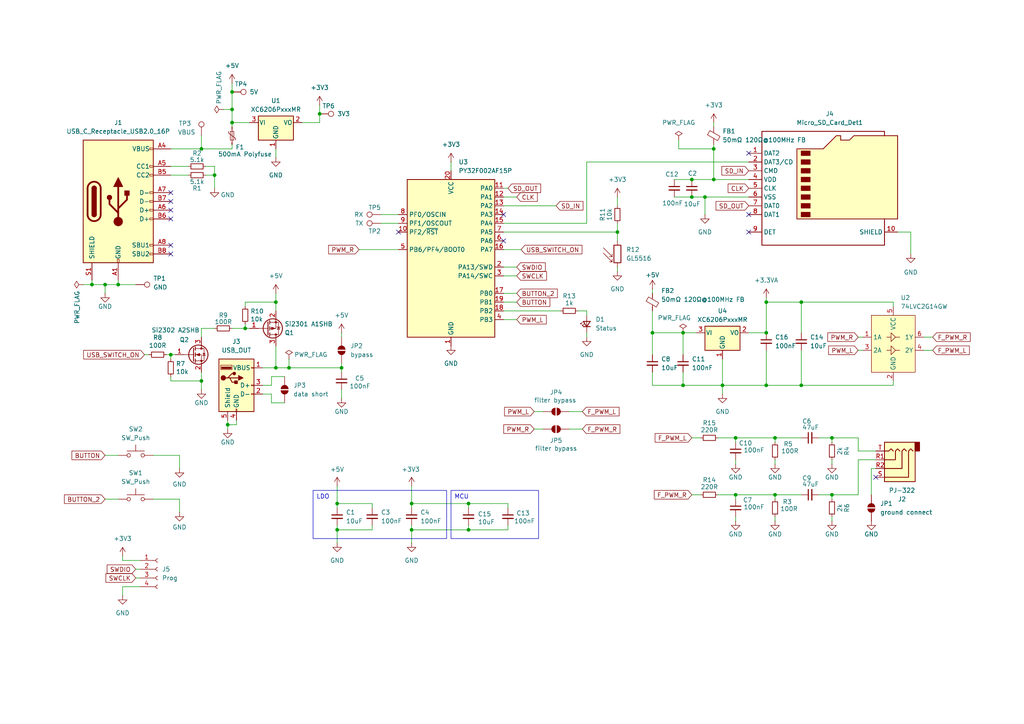
<source format=kicad_sch>
(kicad_sch (version 20250114) (generator "eeschema") (generator_version "9.0")
  (paper "A4")
  (title_block (title "LooTunes") (company "FxDev.pl"))
  (text_box "LDO" (at 90.805 142.24 0) (size 38.735 13.97) (margins 0.9525 0.9525 0.9525 0.9525) (effects (font (size 1.27 1.27)) (justify left top)))
  (text_box "MCU" (at 130.81 142.24 0) (size 25.4 13.97) (margins 0.9525 0.9525 0.9525 0.9525) (effects (font (size 1.27 1.27)) (justify left top)))
  (junction (at 213.36 127))
  (junction (at 30.48 82.55))
  (junction (at 209.55 111.76))
  (junction (at 83.82 106.68))
  (junction (at 58.42 110.49))
  (junction (at 213.36 143.51))
  (junction (at 58.42 43.18))
  (junction (at 97.79 146.05))
  (junction (at 71.12 95.25))
  (junction (at 224.79 143.51))
  (junction (at 200.66 52.07))
  (junction (at 222.25 87.63))
  (junction (at 135.89 146.05))
  (junction (at 207.01 43.18))
  (junction (at 119.38 153.67))
  (junction (at 200.66 57.15))
  (junction (at 179.07 67.31))
  (junction (at 66.04 123.19))
  (junction (at 207.01 52.07))
  (junction (at 67.31 35.56))
  (junction (at 241.3 143.51))
  (junction (at 99.06 106.68))
  (junction (at 97.79 153.67))
  (junction (at 49.53 102.87))
  (junction (at 135.89 153.67))
  (junction (at 232.41 111.76))
  (junction (at 67.31 31.75))
  (junction (at 119.38 146.05))
  (junction (at 62.23 50.8))
  (junction (at 241.3 127))
  (junction (at 224.79 127))
  (junction (at 198.12 111.76))
  (junction (at 222.25 111.76))
  (junction (at 67.31 26.67))
  (junction (at 26.67 82.55))
  (junction (at 232.41 87.63))
  (junction (at 34.29 82.55))
  (junction (at 92.71 33.02))
  (junction (at 189.23 96.52))
  (junction (at 198.12 96.52))
  (junction (at 80.01 87.63))
  (junction (at 204.47 57.15))
  (junction (at 222.25 96.52))
  (junction (at 80.01 106.68))
  (no_connect (at 146.05 69.85))
  (no_connect (at 49.53 58.42))
  (no_connect (at 146.05 62.23))
  (no_connect (at 49.53 60.96))
  (no_connect (at 217.17 44.45))
  (no_connect (at 254 138.43))
  (no_connect (at 115.57 67.31))
  (no_connect (at 217.17 62.23))
  (no_connect (at 49.53 55.88))
  (no_connect (at 49.53 73.66))
  (no_connect (at 49.53 63.5))
  (no_connect (at 217.17 67.31))
  (no_connect (at 49.53 71.12))
  (wire (pts (xy 224.79 127) (xy 224.79 128.27)))
  (wire (pts (xy 49.53 109.22) (xy 49.53 110.49)))
  (wire (pts (xy 30.48 82.55) (xy 34.29 82.55)))
  (wire (pts (xy 110.49 64.77) (xy 115.57 64.77)))
  (wire (pts (xy 39.37 167.64) (xy 40.64 167.64)))
  (wire (pts (xy 110.49 62.23) (xy 115.57 62.23)))
  (wire (pts (xy 99.06 96.52) (xy 99.06 97.79)))
  (wire (pts (xy 241.3 143.51) (xy 248.92 143.51)))
  (wire (pts (xy 200.66 127) (xy 203.2 127)))
  (wire (pts (xy 76.2 114.3) (xy 78.74 114.3)))
  (wire (pts (xy 198.12 107.95) (xy 198.12 111.76)))
  (wire (pts (xy 252.73 135.89) (xy 252.73 143.51)))
  (wire (pts (xy 200.66 57.15) (xy 204.47 57.15)))
  (wire (pts (xy 189.23 107.95) (xy 189.23 111.76)))
  (wire (pts (xy 154.94 119.38) (xy 157.48 119.38)))
  (wire (pts (xy 170.18 46.99) (xy 217.17 46.99)))
  (wire (pts (xy 248.92 133.35) (xy 254 133.35)))
  (wire (pts (xy 241.3 127) (xy 241.3 128.27)))
  (wire (pts (xy 209.55 111.76) (xy 222.25 111.76)))
  (wire (pts (xy 146.05 77.47) (xy 149.86 77.47)))
  (wire (pts (xy 107.95 146.05) (xy 97.79 146.05)))
  (wire (pts (xy 179.07 64.77) (xy 179.07 67.31)))
  (wire (pts (xy 146.05 85.09) (xy 149.86 85.09)))
  (wire (pts (xy 62.23 48.26) (xy 62.23 50.8)))
  (wire (pts (xy 241.3 127) (xy 248.92 127)))
  (wire (pts (xy 196.85 43.18) (xy 207.01 43.18)))
  (wire (pts (xy 198.12 96.52) (xy 201.93 96.52)))
  (wire (pts (xy 204.47 62.23) (xy 204.47 57.15)))
  (wire (pts (xy 66.04 121.92) (xy 66.04 123.19)))
  (wire (pts (xy 189.23 83.82) (xy 189.23 85.09)))
  (wire (pts (xy 207.01 41.91) (xy 207.01 43.18)))
  (wire (pts (xy 41.91 102.87) (xy 43.18 102.87)))
  (wire (pts (xy 213.36 143.51) (xy 224.79 143.51)))
  (wire (pts (xy 189.23 90.17) (xy 189.23 96.52)))
  (wire (pts (xy 224.79 143.51) (xy 232.41 143.51)))
  (wire (pts (xy 146.05 57.15) (xy 149.86 57.15)))
  (wire (pts (xy 92.71 35.56) (xy 92.71 33.02)))
  (wire (pts (xy 146.05 54.61) (xy 147.32 54.61)))
  (wire (pts (xy 71.12 88.9) (xy 71.12 87.63)))
  (wire (pts (xy 52.07 144.78) (xy 52.07 148.59)))
  (wire (pts (xy 195.58 57.15) (xy 200.66 57.15)))
  (wire (pts (xy 92.71 33.02) (xy 92.71 30.48)))
  (wire (pts (xy 58.42 107.95) (xy 58.42 110.49)))
  (wire (pts (xy 135.89 146.05) (xy 147.32 146.05)))
  (wire (pts (xy 97.79 152.4) (xy 97.79 153.67)))
  (wire (pts (xy 267.97 97.79) (xy 270.51 97.79)))
  (wire (pts (xy 248.92 101.6) (xy 250.19 101.6)))
  (wire (pts (xy 82.55 109.22) (xy 78.74 109.22)))
  (wire (pts (xy 80.01 85.09) (xy 80.01 87.63)))
  (wire (pts (xy 66.04 123.19) (xy 68.58 123.19)))
  (wire (pts (xy 104.14 72.39) (xy 115.57 72.39)))
  (wire (pts (xy 119.38 140.97) (xy 119.38 146.05)))
  (wire (pts (xy 80.01 100.33) (xy 80.01 106.68)))
  (wire (pts (xy 49.53 43.18) (xy 58.42 43.18)))
  (wire (pts (xy 97.79 146.05) (xy 97.79 147.32)))
  (wire (pts (xy 59.69 48.26) (xy 62.23 48.26)))
  (wire (pts (xy 189.23 96.52) (xy 198.12 96.52)))
  (wire (pts (xy 83.82 104.14) (xy 83.82 106.68)))
  (wire (pts (xy 154.94 124.46) (xy 157.48 124.46)))
  (wire (pts (xy 35.56 170.18) (xy 40.64 170.18)))
  (wire (pts (xy 147.32 152.4) (xy 147.32 153.67)))
  (wire (pts (xy 213.36 127) (xy 224.79 127)))
  (wire (pts (xy 58.42 110.49) (xy 58.42 113.03)))
  (wire (pts (xy 119.38 152.4) (xy 119.38 153.67)))
  (wire (pts (xy 232.41 87.63) (xy 232.41 96.52)))
  (wire (pts (xy 80.01 43.18) (xy 80.01 45.72)))
  (wire (pts (xy 24.13 82.55) (xy 26.67 82.55)))
  (wire (pts (xy 248.92 130.81) (xy 254 130.81)))
  (wire (pts (xy 49.53 102.87) (xy 49.53 104.14)))
  (wire (pts (xy 224.79 133.35) (xy 224.79 134.62)))
  (wire (pts (xy 34.29 81.28) (xy 34.29 82.55)))
  (wire (pts (xy 170.18 64.77) (xy 146.05 64.77)))
  (wire (pts (xy 30.48 132.08) (xy 34.29 132.08)))
  (wire (pts (xy 222.25 101.6) (xy 222.25 111.76)))
  (wire (pts (xy 147.32 146.05) (xy 147.32 147.32)))
  (wire (pts (xy 241.3 133.35) (xy 241.3 134.62)))
  (wire (pts (xy 78.74 116.84) (xy 82.55 116.84)))
  (wire (pts (xy 35.56 162.56) (xy 40.64 162.56)))
  (wire (pts (xy 200.66 52.07) (xy 207.01 52.07)))
  (wire (pts (xy 213.36 143.51) (xy 213.36 144.78)))
  (wire (pts (xy 67.31 31.75) (xy 67.31 35.56)))
  (wire (pts (xy 97.79 140.97) (xy 97.79 146.05)))
  (wire (pts (xy 67.31 35.56) (xy 72.39 35.56)))
  (wire (pts (xy 189.23 111.76) (xy 198.12 111.76)))
  (wire (pts (xy 213.36 149.86) (xy 213.36 151.13)))
  (wire (pts (xy 204.47 57.15) (xy 217.17 57.15)))
  (wire (pts (xy 208.28 127) (xy 213.36 127)))
  (wire (pts (xy 68.58 121.92) (xy 68.58 123.19)))
  (wire (pts (xy 83.82 106.68) (xy 99.06 106.68)))
  (wire (pts (xy 99.06 106.68) (xy 99.06 105.41)))
  (wire (pts (xy 67.31 24.13) (xy 67.31 26.67)))
  (wire (pts (xy 26.67 81.28) (xy 26.67 82.55)))
  (wire (pts (xy 198.12 96.52) (xy 198.12 102.87)))
  (wire (pts (xy 146.05 80.01) (xy 149.86 80.01)))
  (wire (pts (xy 35.56 172.72) (xy 35.56 170.18)))
  (wire (pts (xy 64.77 31.75) (xy 67.31 31.75)))
  (wire (pts (xy 99.06 113.03) (xy 99.06 115.57)))
  (wire (pts (xy 58.42 43.18) (xy 67.31 43.18)))
  (wire (pts (xy 170.18 46.99) (xy 170.18 64.77)))
  (wire (pts (xy 189.23 96.52) (xy 189.23 102.87)))
  (wire (pts (xy 35.56 161.29) (xy 35.56 162.56)))
  (wire (pts (xy 71.12 87.63) (xy 80.01 87.63)))
  (wire (pts (xy 170.18 90.17) (xy 167.64 90.17)))
  (wire (pts (xy 67.31 26.67) (xy 67.31 31.75)))
  (wire (pts (xy 260.35 67.31) (xy 264.16 67.31)))
  (wire (pts (xy 71.12 95.25) (xy 72.39 95.25)))
  (wire (pts (xy 232.41 111.76) (xy 259.08 111.76)))
  (wire (pts (xy 146.05 67.31) (xy 179.07 67.31)))
  (wire (pts (xy 62.23 50.8) (xy 62.23 54.61)))
  (wire (pts (xy 67.31 95.25) (xy 71.12 95.25)))
  (wire (pts (xy 119.38 153.67) (xy 119.38 157.48)))
  (wire (pts (xy 213.36 133.35) (xy 213.36 134.62)))
  (wire (pts (xy 207.01 35.56) (xy 207.01 36.83)))
  (wire (pts (xy 135.89 146.05) (xy 135.89 147.32)))
  (wire (pts (xy 49.53 50.8) (xy 54.61 50.8)))
  (wire (pts (xy 130.81 46.99) (xy 130.81 49.53)))
  (wire (pts (xy 248.92 97.79) (xy 250.19 97.79)))
  (wire (pts (xy 248.92 143.51) (xy 248.92 133.35)))
  (wire (pts (xy 39.37 165.1) (xy 40.64 165.1)))
  (wire (pts (xy 30.48 144.78) (xy 34.29 144.78)))
  (wire (pts (xy 67.31 41.91) (xy 67.31 43.18)))
  (wire (pts (xy 44.45 132.08) (xy 52.07 132.08)))
  (wire (pts (xy 71.12 93.98) (xy 71.12 95.25)))
  (wire (pts (xy 222.25 111.76) (xy 232.41 111.76)))
  (wire (pts (xy 217.17 96.52) (xy 222.25 96.52)))
  (wire (pts (xy 170.18 96.52) (xy 170.18 97.79)))
  (wire (pts (xy 26.67 82.55) (xy 30.48 82.55)))
  (wire (pts (xy 179.07 57.15) (xy 179.07 59.69)))
  (wire (pts (xy 30.48 82.55) (xy 30.48 85.09)))
  (wire (pts (xy 237.49 127) (xy 241.3 127)))
  (wire (pts (xy 259.08 111.76) (xy 259.08 110.49)))
  (wire (pts (xy 259.08 87.63) (xy 259.08 88.9)))
  (wire (pts (xy 49.53 102.87) (xy 50.8 102.87)))
  (wire (pts (xy 59.69 50.8) (xy 62.23 50.8)))
  (wire (pts (xy 222.25 86.36) (xy 222.25 87.63)))
  (wire (pts (xy 209.55 104.14) (xy 209.55 111.76)))
  (wire (pts (xy 146.05 72.39) (xy 151.13 72.39)))
  (wire (pts (xy 195.58 52.07) (xy 200.66 52.07)))
  (wire (pts (xy 179.07 67.31) (xy 179.07 69.85)))
  (wire (pts (xy 208.28 143.51) (xy 213.36 143.51)))
  (wire (pts (xy 224.79 149.86) (xy 224.79 151.13)))
  (wire (pts (xy 241.3 143.51) (xy 241.3 144.78)))
  (wire (pts (xy 97.79 153.67) (xy 97.79 157.48)))
  (wire (pts (xy 80.01 106.68) (xy 83.82 106.68)))
  (wire (pts (xy 267.97 101.6) (xy 270.51 101.6)))
  (wire (pts (xy 49.53 110.49) (xy 58.42 110.49)))
  (wire (pts (xy 241.3 149.86) (xy 241.3 151.13)))
  (wire (pts (xy 99.06 106.68) (xy 99.06 107.95)))
  (wire (pts (xy 58.42 97.79) (xy 58.42 95.25)))
  (wire (pts (xy 165.1 124.46) (xy 168.91 124.46)))
  (wire (pts (xy 76.2 106.68) (xy 80.01 106.68)))
  (wire (pts (xy 232.41 101.6) (xy 232.41 111.76)))
  (wire (pts (xy 165.1 119.38) (xy 168.91 119.38)))
  (wire (pts (xy 97.79 153.67) (xy 107.95 153.67)))
  (wire (pts (xy 119.38 146.05) (xy 135.89 146.05)))
  (wire (pts (xy 209.55 111.76) (xy 209.55 114.3)))
  (wire (pts (xy 58.42 95.25) (xy 62.23 95.25)))
  (wire (pts (xy 232.41 87.63) (xy 259.08 87.63)))
  (wire (pts (xy 146.05 92.71) (xy 149.86 92.71)))
  (wire (pts (xy 179.07 77.47) (xy 179.07 78.74)))
  (wire (pts (xy 135.89 152.4) (xy 135.89 153.67)))
  (wire (pts (xy 78.74 114.3) (xy 78.74 116.84)))
  (wire (pts (xy 213.36 127) (xy 213.36 128.27)))
  (wire (pts (xy 107.95 152.4) (xy 107.95 153.67)))
  (wire (pts (xy 222.25 87.63) (xy 222.25 96.52)))
  (wire (pts (xy 52.07 132.08) (xy 52.07 135.89)))
  (wire (pts (xy 196.85 40.64) (xy 196.85 43.18)))
  (wire (pts (xy 146.05 87.63) (xy 149.86 87.63)))
  (wire (pts (xy 80.01 87.63) (xy 80.01 90.17)))
  (wire (pts (xy 58.42 39.37) (xy 58.42 43.18)))
  (wire (pts (xy 237.49 143.51) (xy 241.3 143.51)))
  (wire (pts (xy 78.74 109.22) (xy 78.74 111.76)))
  (wire (pts (xy 200.66 143.51) (xy 203.2 143.51)))
  (wire (pts (xy 254 135.89) (xy 252.73 135.89)))
  (wire (pts (xy 78.74 111.76) (xy 76.2 111.76)))
  (wire (pts (xy 248.92 127) (xy 248.92 130.81)))
  (wire (pts (xy 207.01 43.18) (xy 207.01 52.07)))
  (wire (pts (xy 224.79 143.51) (xy 224.79 144.78)))
  (wire (pts (xy 49.53 48.26) (xy 54.61 48.26)))
  (wire (pts (xy 222.25 87.63) (xy 232.41 87.63)))
  (wire (pts (xy 67.31 35.56) (xy 67.31 36.83)))
  (wire (pts (xy 44.45 144.78) (xy 52.07 144.78)))
  (wire (pts (xy 207.01 52.07) (xy 217.17 52.07)))
  (wire (pts (xy 224.79 127) (xy 232.41 127)))
  (wire (pts (xy 264.16 67.31) (xy 264.16 73.66)))
  (wire (pts (xy 48.26 102.87) (xy 49.53 102.87)))
  (wire (pts (xy 66.04 123.19) (xy 66.04 124.46)))
  (wire (pts (xy 146.05 90.17) (xy 162.56 90.17)))
  (wire (pts (xy 107.95 146.05) (xy 107.95 147.32)))
  (wire (pts (xy 87.63 35.56) (xy 92.71 35.56)))
  (wire (pts (xy 170.18 91.44) (xy 170.18 90.17)))
  (wire (pts (xy 146.05 59.69) (xy 161.29 59.69)))
  (wire (pts (xy 147.32 153.67) (xy 135.89 153.67)))
  (wire (pts (xy 34.29 82.55) (xy 39.37 82.55)))
  (wire (pts (xy 135.89 153.67) (xy 119.38 153.67)))
  (wire (pts (xy 198.12 111.76) (xy 209.55 111.76)))
  (wire (pts (xy 119.38 146.05) (xy 119.38 147.32)))
  (global_label "SD_OUT" (shape input) (at 147.32 54.61 0) (property "Intersheetrefs" "${INTERSHEET_REFS}" (effects (hide yes))))
  (global_label "SWDIO" (shape input) (at 39.37 165.1 180) (property "Intersheetrefs" "${INTERSHEET_REFS}" (effects (hide yes))))
  (global_label "F_PWM_R" (shape input) (at 168.91 124.46 0) (property "Intersheetrefs" "${INTERSHEET_REFS}" (effects (hide yes))))
  (global_label "CLK" (shape input) (at 217.17 54.61 180) (property "Intersheetrefs" "${INTERSHEET_REFS}" (effects (hide yes))))
  (global_label "F_PWM_L" (shape input) (at 200.66 127 180) (property "Intersheetrefs" "${INTERSHEET_REFS}" (effects (hide yes))))
  (global_label "SWDIO" (shape input) (at 149.86 77.47 0) (property "Intersheetrefs" "${INTERSHEET_REFS}" (effects (hide yes))))
  (global_label "BUTTON" (shape input) (at 30.48 132.08 180) (property "Intersheetrefs" "${INTERSHEET_REFS}" (effects (hide yes))))
  (global_label "PWM_L" (shape input) (at 149.86 92.71 0) (property "Intersheetrefs" "${INTERSHEET_REFS}" (effects (hide yes))))
  (global_label "USB_SWITCH_ON" (shape input) (at 151.13 72.39 0) (property "Intersheetrefs" "${INTERSHEET_REFS}" (effects (hide yes))) (property "Odnośniki między arkuszami" "${INTERSHEET_REFS}" (effects (hide yes))))
  (global_label "PWM_R" (shape input) (at 248.92 97.79 180) (property "Intersheetrefs" "${INTERSHEET_REFS}" (effects (hide yes))))
  (global_label "F_PWM_L" (shape input) (at 168.91 119.38 0) (property "Intersheetrefs" "${INTERSHEET_REFS}" (effects (hide yes))))
  (global_label "USB_SWITCH_ON" (shape input) (at 41.91 102.87 180) (property "Intersheetrefs" "${INTERSHEET_REFS}" (effects (hide yes))) (property "Odnośniki między arkuszami" "${INTERSHEET_REFS}" (effects (hide yes))))
  (global_label "PWM_L" (shape input) (at 154.94 119.38 180) (property "Intersheetrefs" "${INTERSHEET_REFS}" (effects (hide yes))))
  (global_label "SWCLK" (shape input) (at 39.37 167.64 180) (property "Intersheetrefs" "${INTERSHEET_REFS}" (effects (hide yes))))
  (global_label "BUTTON" (shape input) (at 149.86 87.63 0) (property "Intersheetrefs" "${INTERSHEET_REFS}" (effects (hide yes))))
  (global_label "SD_IN" (shape input) (at 217.17 49.53 180) (property "Intersheetrefs" "${INTERSHEET_REFS}" (effects (hide yes))))
  (global_label "BUTTON_2" (shape input) (at 30.48 144.78 180) (property "Intersheetrefs" "${INTERSHEET_REFS}" (effects (hide yes))))
  (global_label "PWM_R" (shape input) (at 104.14 72.39 180) (property "Intersheetrefs" "${INTERSHEET_REFS}" (effects (hide yes))))
  (global_label "SD_OUT" (shape input) (at 217.17 59.69 180) (property "Intersheetrefs" "${INTERSHEET_REFS}" (effects (hide yes))))
  (global_label "CLK" (shape input) (at 149.86 57.15 0) (property "Intersheetrefs" "${INTERSHEET_REFS}" (effects (hide yes))))
  (global_label "PWM_L" (shape input) (at 248.92 101.6 180) (property "Intersheetrefs" "${INTERSHEET_REFS}" (effects (hide yes))))
  (global_label "BUTTON_2" (shape input) (at 149.86 85.09 0) (property "Intersheetrefs" "${INTERSHEET_REFS}" (effects (hide yes))))
  (global_label "SD_IN" (shape input) (at 161.29 59.69 0) (property "Intersheetrefs" "${INTERSHEET_REFS}" (effects (hide yes))))
  (global_label "F_PWM_L" (shape input) (at 270.51 101.6 0) (property "Intersheetrefs" "${INTERSHEET_REFS}" (effects (hide yes))))
  (global_label "F_PWM_R" (shape input) (at 270.51 97.79 0) (property "Intersheetrefs" "${INTERSHEET_REFS}" (effects (hide yes))))
  (global_label "SWCLK" (shape input) (at 149.86 80.01 0) (property "Intersheetrefs" "${INTERSHEET_REFS}" (effects (hide yes))))
  (global_label "F_PWM_R" (shape input) (at 200.66 143.51 180) (property "Intersheetrefs" "${INTERSHEET_REFS}" (effects (hide yes))))
  (global_label "PWM_R" (shape input) (at 154.94 124.46 180) (property "Intersheetrefs" "${INTERSHEET_REFS}" (effects (hide yes))))
  (symbol (lib_id "Device:R_Photo") (at 179.07 73.66 0) (unit 1)
    (property "Reference" "R12" (at 181.61 72.3899 0) (effects (justify left)))
    (property "Value" "GL5516" (at 181.61 74.9299 0) (effects (justify left)))
    (property "Footprint" "OptoDevice:R_LDR_5.0x4.1mm_P3mm_Vertical" (effects (hide yes)))
    (property "Description" "Photoresistor" (effects (hide yes)))
  )
  (symbol (lib_id "power:PWR_FLAG") (at 196.85 40.64 0) (unit 1)
    (property "Reference" "#FLG01" (effects (hide yes)))
    (property "Value" "PWR_FLAG" (at 196.85 35.56 0))
    (property "Description" "Special symbol for telling ERC where power comes from" (effects (hide yes)))
  )
  (symbol (lib_id "power:+5V") (at 80.01 85.09 0) (unit 1)
    (property "Reference" "#PWR038" (effects (hide yes)))
    (property "Value" "+5V" (at 80.01 80.01 0))
    (property "Description" "Power symbol creates a global label with name \"+5V\"" (effects (hide yes)))
  )
  (symbol (lib_id "power:+3V3") (at 119.38 140.97 0) (unit 1)
    (property "Reference" "#PWR017" (effects (hide yes)))
    (property "Value" "+3V3" (at 119.126 136.144 0))
    (property "Description" "Power symbol creates a global label with name \"+3V3\"" (effects (hide yes)))
  )
  (symbol (lib_id "Device:C_Small") (at 107.95 149.86 0) (unit 1)
    (property "Reference" "C3" (at 110.49 148.5962 0) (effects (justify left)))
    (property "Value" "100nF" (at 110.49 151.1362 0) (effects (justify left)))
    (property "Footprint" "Capacitor_SMD:C_0402_1005Metric" (effects (hide yes)))
    (property "Description" "Unpolarized capacitor, small symbol" (effects (hide yes)))
  )
  (symbol (lib_id "Device:R_Small") (at 224.79 130.81 180) (unit 1)
    (property "Reference" "R5" (at 228.6 128.778 0))
    (property "Value" "100R" (at 229.108 130.81 0))
    (property "Footprint" "Resistor_SMD:R_0402_1005Metric" (effects (hide yes)))
    (property "Description" "Resistor, small symbol" (effects (hide yes)))
  )
  (symbol (lib_id "Connector:TestPoint") (at 58.42 39.37 0) (unit 1)
    (property "Reference" "TP3" (at 51.816 35.814 0) (effects (justify left)))
    (property "Value" "VBUS" (at 51.562 38.354 0) (effects (justify left)))
    (property "Footprint" "TestPoint:TestPoint_Pad_D1.5mm" (effects (hide yes)))
    (property "Description" "test point" (effects (hide yes)))
  )
  (symbol (lib_id "Connector_Audio:AudioJack4") (at 259.08 135.89 180) (unit 1)
    (property "Reference" "J2" (at 261.62 144.78 0))
    (property "Value" "PJ-322" (at 261.62 142.24 0))
    (property "Footprint" "FxDev:PJ-322" (effects (hide yes)))
    (property "Description" "Audio Jack, 4 Poles (TRRS)" (effects (hide yes)))
  )
  (symbol (lib_id "Connector:TestPoint") (at 39.37 82.55 270) (unit 1)
    (property "Reference" "TP1" (at 44.45 80.772 90) (effects (justify left)))
    (property "Value" "GND" (at 44.45 83.312 90) (effects (justify left)))
    (property "Footprint" "TestPoint:TestPoint_Pad_D1.5mm" (effects (hide yes)))
    (property "Description" "test point" (effects (hide yes)))
  )
  (symbol (lib_id "Device:R_Small") (at 205.74 127 90) (unit 1)
    (property "Reference" "R15" (at 205.74 122.682 90))
    (property "Value" "220R" (at 205.74 124.714 90))
    (property "Footprint" "Resistor_SMD:R_0402_1005Metric" (effects (hide yes)))
    (property "Description" "Resistor, small symbol" (effects (hide yes)))
  )
  (symbol (lib_id "power:+3V3") (at 92.71 30.48 0) (unit 1)
    (property "Reference" "#PWR012" (effects (hide yes)))
    (property "Value" "+3V3" (at 92.71 25.4 0))
    (property "Description" "Power symbol creates a global label with name \"+3V3\"" (effects (hide yes)))
  )
  (symbol (lib_id "Device:R_Small") (at 165.1 90.17 90) (unit 1)
    (property "Reference" "R13" (at 165.1 85.852 90))
    (property "Value" "1k" (at 165.1 87.884 90))
    (property "Footprint" "Resistor_SMD:R_0402_1005Metric" (effects (hide yes)))
    (property "Description" "Resistor, small symbol" (effects (hide yes)))
  )
  (symbol (lib_id "FxDev:74LVC2G14GW") (at 259.08 91.44 0) (unit 1)
    (property "Reference" "U2" (at 261.2233 86.36 0) (effects (justify left)))
    (property "Value" "74LVC2G14GW" (at 261.2233 88.9 0) (effects (justify left)))
    (property "Footprint" "Package_TO_SOT_SMD:SOT-363_SC-70-6" (effects (hide yes)))
  )
  (symbol (lib_id "Device:C_Small") (at 232.41 99.06 0) (unit 1)
    (property "Reference" "C14" (at 234.95 97.7962 0) (effects (justify left)))
    (property "Value" "10uF" (at 234.95 100.3362 0) (effects (justify left)))
    (property "Footprint" "Capacitor_SMD:C_0402_1005Metric" (effects (hide yes)))
    (property "Description" "Unpolarized capacitor, small symbol" (effects (hide yes)))
  )
  (symbol (lib_id "Jumper:SolderJumper_2_Open") (at 252.73 147.32 270) (unit 1) (exclude_from_sim yes) (in_bom no)
    (property "Reference" "JP1" (at 255.27 146.0499 90) (effects (justify left)))
    (property "Value" "ground connect" (at 255.27 148.5899 90) (effects (justify left)))
    (property "Footprint" "Jumper:SolderJumper-2_P1.3mm_Open_TrianglePad1.0x1.5mm" (effects (hide yes)))
    (property "Description" "Solder Jumper, 2-pole, open" (effects (hide yes)))
  )
  (symbol (lib_id "Device:C_Small") (at 213.36 147.32 0) (unit 1)
    (property "Reference" "C7" (at 218.186 145.034 0) (effects (justify right)))
    (property "Value" "100nF" (at 221.742 147.066 0) (effects (justify right)))
    (property "Footprint" "Capacitor_SMD:C_0402_1005Metric" (effects (hide yes)))
    (property "Description" "Unpolarized capacitor, small symbol" (effects (hide yes)))
  )
  (symbol (lib_id "Device:C_Small") (at 99.06 110.49 0) (unit 1)
    (property "Reference" "C5" (at 105.664 109.728 0) (effects (justify right)))
    (property "Value" "100nF" (at 107.442 112.014 0) (effects (justify right)))
    (property "Footprint" "Capacitor_SMD:C_0402_1005Metric" (effects (hide yes)))
    (property "Description" "Unpolarized capacitor, small symbol" (effects (hide yes)))
  )
  (symbol (lib_id "power:GND") (at 224.79 151.13 0) (unit 1)
    (property "Reference" "#PWR023" (effects (hide yes)))
    (property "Value" "GND" (at 224.79 154.94 0))
    (property "Description" "Power symbol creates a global label with name \"GND\" , ground" (effects (hide yes)))
  )
  (symbol (lib_id "power:PWR_FLAG") (at 24.13 82.55 90) (unit 1)
    (property "Reference" "#U04" (effects (hide yes)))
    (property "Value" "PWR_FLAG" (at 22.352 89.154 0))
    (property "Description" "Special symbol for telling ERC where power comes from" (effects (hide yes)))
  )
  (symbol (lib_id "power:GND") (at 99.06 115.57 0) (unit 1)
    (property "Reference" "#PWR034" (effects (hide yes)))
    (property "Value" "GND" (at 99.06 119.38 0))
    (property "Description" "Power symbol creates a global label with name \"GND\" , ground" (effects (hide yes)))
  )
  (symbol (lib_id "Device:R_Small") (at 241.3 147.32 0) (unit 1)
    (property "Reference" "R6" (at 245.618 147.32 90))
    (property "Value" "2k" (at 243.586 147.32 90))
    (property "Footprint" "Resistor_SMD:R_0402_1005Metric" (effects (hide yes)))
    (property "Description" "Resistor, small symbol" (effects (hide yes)))
  )
  (symbol (lib_id "Transistor_FET:Si2319CDS") (at 77.47 95.25 0) (mirror x) (unit 1)
    (property "Reference" "Q1" (at 82.55 96.52 0) (effects (justify left)))
    (property "Value" "Si2301 A1SHB" (at 82.55 93.98 0) (effects (justify left)))
    (property "Footprint" "Package_TO_SOT_SMD:SOT-23" (effects (hide yes)))
    (property "Datasheet" "http://www.vishay.com/docs/66709/si2319cd.pdf" (effects (hide yes)))
    (property "Description" "-4.4A Id, -40V Vds, P-Channel MOSFET, SOT-23" (effects (hide yes)))
  )
  (symbol (lib_id "Jumper:SolderJumper_2_Open") (at 99.06 101.6 270) (unit 1) (exclude_from_sim yes) (in_bom no)
    (property "Reference" "JP2" (at 101.6 100.3299 90) (effects (justify left)))
    (property "Value" "bypass" (at 101.6 102.8699 90) (effects (justify left)))
    (property "Footprint" "Jumper:SolderJumper-2_P1.3mm_Open_TrianglePad1.0x1.5mm" (effects (hide yes)))
    (property "Description" "Solder Jumper, 2-pole, open" (effects (hide yes)))
  )
  (symbol (lib_id "Device:C_Small") (at 198.12 105.41 0) (unit 1)
    (property "Reference" "C11" (at 200.66 104.1462 0) (effects (justify left)))
    (property "Value" "100nF" (at 200.66 106.6862 0) (effects (justify left)))
    (property "Footprint" "Capacitor_SMD:C_0402_1005Metric" (effects (hide yes)))
    (property "Description" "Unpolarized capacitor, small symbol" (effects (hide yes)))
  )
  (symbol (lib_id "Device:C_Small") (at 135.89 149.86 0) (unit 1)
    (property "Reference" "C15" (at 142.494 149.098 0) (effects (justify right)))
    (property "Value" "10uF" (at 143.51 151.384 0) (effects (justify right)))
    (property "Footprint" "Capacitor_SMD:C_0402_1005Metric" (effects (hide yes)))
    (property "Description" "Unpolarized capacitor, small symbol" (effects (hide yes)))
  )
  (symbol (lib_id "Device:FerriteBead_Small") (at 207.01 39.37 0) (unit 1)
    (property "Reference" "FB1" (at 209.55 38.0618 0) (effects (justify left)))
    (property "Value" "50mΩ 120Ω@100MHz FB" (at 209.55 40.6018 0) (effects (justify left)))
    (property "Footprint" "Inductor_SMD:L_0603_1608Metric" (effects (hide yes)))
    (property "Description" "Ferrite bead, small symbol" (effects (hide yes)))
  )
  (symbol (lib_id "power:GND") (at 52.07 135.89 0) (unit 1)
    (property "Reference" "#PWR019" (effects (hide yes)))
    (property "Value" "GND" (at 52.07 140.462 0))
    (property "Description" "Power symbol creates a global label with name \"GND\" , ground" (effects (hide yes)))
  )
  (symbol (lib_id "Device:C_Small") (at 213.36 130.81 0) (unit 1)
    (property "Reference" "C10" (at 218.186 128.524 0) (effects (justify right)))
    (property "Value" "100nF" (at 221.742 130.556 0) (effects (justify right)))
    (property "Footprint" "Capacitor_SMD:C_0402_1005Metric" (effects (hide yes)))
    (property "Description" "Unpolarized capacitor, small symbol" (effects (hide yes)))
  )
  (symbol (lib_id "power:GND") (at 241.3 134.62 0) (unit 1)
    (property "Reference" "#PWR028" (effects (hide yes)))
    (property "Value" "GND" (at 241.3 138.43 0))
    (property "Description" "Power symbol creates a global label with name \"GND\" , ground" (effects (hide yes)))
  )
  (symbol (lib_id "power:GND") (at 213.36 151.13 0) (unit 1)
    (property "Reference" "#PWR027" (effects (hide yes)))
    (property "Value" "GND" (at 213.36 154.94 0))
    (property "Description" "Power symbol creates a global label with name \"GND\" , ground" (effects (hide yes)))
  )
  (symbol (lib_id "Device:C_Small") (at 147.32 149.86 0) (unit 1)
    (property "Reference" "C13" (at 153.67 148.844 0) (effects (justify right)))
    (property "Value" "100nF" (at 155.194 151.13 0) (effects (justify right)))
    (property "Footprint" "Capacitor_SMD:C_0402_1005Metric" (effects (hide yes)))
    (property "Description" "Unpolarized capacitor, small symbol" (effects (hide yes)))
  )
  (symbol (lib_id "Device:C_Small") (at 222.25 99.06 0) (unit 1)
    (property "Reference" "C16" (at 224.79 97.7962 0) (effects (justify left)))
    (property "Value" "100nF" (at 224.79 100.3362 0) (effects (justify left)))
    (property "Footprint" "Capacitor_SMD:C_0402_1005Metric" (effects (hide yes)))
    (property "Description" "Unpolarized capacitor, small symbol" (effects (hide yes)))
  )
  (symbol (lib_id "Device:R_Small") (at 57.15 48.26 90) (unit 1)
    (property "Reference" "R2" (at 57.15 44.45 90))
    (property "Value" "5.1k" (at 57.15 46.355 90))
    (property "Footprint" "Resistor_SMD:R_0402_1005Metric" (effects (hide yes)))
    (property "Description" "Resistor, small symbol" (effects (hide yes)))
  )
  (symbol (lib_id "Switch:SW_Push") (at 39.37 144.78 0) (unit 1)
    (property "Reference" "SW1" (at 39.37 137.16 0))
    (property "Value" "SW_Push" (at 39.37 139.7 0))
    (property "Footprint" "Button_Switch_SMD:SW_SPST_TL3342" (effects (hide yes)))
    (property "Description" "Push button switch, generic, two pins" (effects (hide yes)))
  )
  (symbol (lib_id "Regulator_Linear:XC6206PxxxMR") (at 80.01 35.56 0) (unit 1)
    (property "Reference" "U1" (at 80.01 29.21 0))
    (property "Value" "XC6206PxxxMR" (at 80.01 31.75 0))
    (property "Footprint" "Package_TO_SOT_SMD:SOT-23-3" (effects (hide yes)))
    (property "Datasheet" "https://www.torexsemi.com/file/xc6206/XC6206.pdf" (effects (hide yes)))
    (property "Description" "Positive 60-250mA Low Dropout Regulator, Fixed Output, SOT-23" (effects (hide yes)))
  )
  (symbol (lib_id "Device:Polyfuse_Small") (at 67.31 39.37 0) (unit 1)
    (property "Reference" "F1" (at 68.326 42.672 0) (effects (justify left)))
    (property "Value" "500mA Polyfuse" (at 63.246 44.704 0) (effects (justify left)))
    (property "Footprint" "Fuse:Fuse_1206_3216Metric" (effects (hide yes)))
    (property "Description" "Resettable fuse, polymeric positive temperature coefficient, small symbol" (effects (hide yes)))
  )
  (symbol (lib_id "Jumper:SolderJumper_2_Open") (at 161.29 124.46 0) (unit 1) (exclude_from_sim yes) (in_bom no)
    (property "Reference" "JP5" (at 161.29 127.762 0))
    (property "Value" "filter bypass" (at 161.29 130.048 0))
    (property "Footprint" "Jumper:SolderJumper-2_P1.3mm_Open_TrianglePad1.0x1.5mm" (effects (hide yes)))
    (property "Description" "Solder Jumper, 2-pole, open" (effects (hide yes)))
  )
  (symbol (lib_id "Device:R_Small") (at 64.77 95.25 90) (unit 1)
    (property "Reference" "R9" (at 64.77 91.44 90))
    (property "Value" "100R" (at 64.77 93.345 90))
    (property "Footprint" "Resistor_SMD:R_0402_1005Metric" (effects (hide yes)))
    (property "Description" "Resistor, small symbol" (effects (hide yes)))
  )
  (symbol (lib_id "Device:R_Small") (at 49.53 106.68 180) (unit 1)
    (property "Reference" "R7" (at 51.0286 105.5116 0) (effects (justify right)))
    (property "Value" "10k" (at 51.0286 107.823 0) (effects (justify right)))
    (property "Footprint" "Resistor_SMD:R_0402_1005Metric" (effects (hide yes)))
    (property "Description" "Resistor, small symbol" (effects (hide yes)))
  )
  (symbol (lib_id "Device:LED_Small") (at 170.18 93.98 90) (unit 1)
    (property "Reference" "D1" (at 172.72 92.6464 90) (effects (justify right)))
    (property "Value" "Status" (at 172.72 95.1864 90) (effects (justify right)))
    (property "Footprint" "LED_SMD:LED_0402_1005Metric" (effects (hide yes)))
    (property "Description" "Light emitting diode, small symbol" (effects (hide yes)))
    (property "Sim.Pin" "1=K 2=A" (effects (hide yes)))
  )
  (symbol (lib_id "power:PWR_FLAG") (at 83.82 104.14 0) (unit 1)
    (property "Reference" "#U02" (effects (hide yes)))
    (property "Value" "PWR_FLAG" (at 90.17 102.87 0))
    (property "Description" "Special symbol for telling ERC where power comes from" (effects (hide yes)))
  )
  (symbol (lib_id "MCU_Puya:PY32F002AF15P") (at 130.81 74.93 0) (unit 1)
    (property "Reference" "U3" (at 133.0041 46.99 0) (effects (justify left)))
    (property "Value" "PY32F002AF15P" (at 133.0041 49.53 0) (effects (justify left)))
    (property "Footprint" "Package_SO:TSSOP-20_4.4x6.5mm_P0.65mm" (effects (hide yes)))
    (property "Datasheet" "https://www.puyasemi.com/download_path/%E6%95%B0%E6%8D%AE%E6%89%8B%E5%86%8C/MCU%20%E5%BE%AE%E5%A4%84%E7%90%86%E5%99%A8/PY32F002A_Datasheet_V0.2.pdf" (effects (hide yes)))
    (property "Description" "Puya PY32 ARM Cortex-M0 MCU, 20 KB Flash, 3 KB RAM, 24 MHz, 1.7-5.5V, 18 GPIO, TSSOP20" (effects (hide yes)))
  )
  (symbol (lib_id "Device:R_Small") (at 45.72 102.87 270) (unit 1)
    (property "Reference" "R8" (at 45.72 97.8916 90))
    (property "Value" "100R" (at 45.72 100.203 90))
    (property "Footprint" "Resistor_SMD:R_0402_1005Metric" (effects (hide yes)))
    (property "Description" "Resistor, small symbol" (effects (hide yes)))
  )
  (symbol (lib_id "Jumper:SolderJumper_2_Open") (at 161.29 119.38 0) (unit 1) (exclude_from_sim yes) (in_bom no)
    (property "Reference" "JP4" (at 161.29 113.792 0))
    (property "Value" "filter bypass" (at 161.036 116.078 0))
    (property "Footprint" "Jumper:SolderJumper-2_P1.3mm_Open_TrianglePad1.0x1.5mm" (effects (hide yes)))
    (property "Description" "Solder Jumper, 2-pole, open" (effects (hide yes)))
  )
  (symbol (lib_id "power:GND") (at 224.79 134.62 0) (unit 1)
    (property "Reference" "#PWR022" (effects (hide yes)))
    (property "Value" "GND" (at 224.79 138.43 0))
    (property "Description" "Power symbol creates a global label with name \"GND\" , ground" (effects (hide yes)))
  )
  (symbol (lib_id "power:+3V3") (at 179.07 57.15 0) (unit 1)
    (property "Reference" "#PWR020" (effects (hide yes)))
    (property "Value" "+3V3" (at 179.07 52.07 0))
    (property "Description" "Power symbol creates a global label with name \"+3V3\"" (effects (hide yes)))
  )
  (symbol (lib_id "power:+3.3VA") (at 222.25 86.36 0) (unit 1)
    (property "Reference" "#PWR036" (effects (hide yes)))
    (property "Value" "+3.3VA" (at 222.25 81.28 0))
    (property "Description" "Power symbol creates a global label with name \"+3.3VA\"" (effects (hide yes)))
  )
  (symbol (lib_id "power:GND") (at 52.07 148.59 0) (unit 1)
    (property "Reference" "#PWR033" (effects (hide yes)))
    (property "Value" "GND" (at 52.07 152.908 0))
    (property "Description" "Power symbol creates a global label with name \"GND\" , ground" (effects (hide yes)))
  )
  (symbol (lib_id "power:+5V") (at 97.79 140.97 0) (unit 1)
    (property "Reference" "#PWR013" (effects (hide yes)))
    (property "Value" "+5V" (at 97.79 136.144 0))
    (property "Description" "Power symbol creates a global label with name \"+5V\"" (effects (hide yes)))
  )
  (symbol (lib_id "power:+3V3") (at 35.56 161.29 0) (unit 1)
    (property "Reference" "#PWR06" (effects (hide yes)))
    (property "Value" "+3V3" (at 35.56 156.21 0))
    (property "Description" "Power symbol creates a global label with name \"+3V3\"" (effects (hide yes)))
  )
  (symbol (lib_id "Device:FerriteBead_Small") (at 189.23 87.63 0) (unit 1)
    (property "Reference" "FB2" (at 191.77 84.328 0) (effects (justify left)))
    (property "Value" "50mΩ 120Ω@100MHz FB" (at 191.77 86.868 0) (effects (justify left)))
    (property "Footprint" "Inductor_SMD:L_0603_1608Metric" (effects (hide yes)))
    (property "Description" "Ferrite bead, small symbol" (effects (hide yes)))
  )
  (symbol (lib_id "Connector:TestPoint") (at 110.49 64.77 90) (unit 1)
    (property "Reference" "TP2" (at 110.49 67.056 90) (effects (justify left)))
    (property "Value" "TX" (at 105.41 64.77 90) (effects (justify left)))
    (property "Footprint" "TestPoint:TestPoint_Pad_D1.5mm" (effects (hide yes)))
    (property "Description" "test point" (effects (hide yes)))
  )
  (symbol (lib_id "power:GND") (at 170.18 97.79 0) (unit 1)
    (property "Reference" "#PWR032" (effects (hide yes)))
    (property "Value" "GND" (at 170.18 102.87 0))
    (property "Description" "Power symbol creates a global label with name \"GND\" , ground" (effects (hide yes)))
  )
  (symbol (lib_id "power:GND") (at 80.01 45.72 0) (unit 1)
    (property "Reference" "#PWR010" (effects (hide yes)))
    (property "Value" "GND" (at 80.01 50.8 0))
    (property "Description" "Power symbol creates a global label with name \"GND\" , ground" (effects (hide yes)))
  )
  (symbol (lib_id "power:GND") (at 30.48 85.09 0) (unit 1)
    (property "Reference" "#PWR01" (effects (hide yes)))
    (property "Value" "GND" (at 30.48 88.9 0))
    (property "Description" "Power symbol creates a global label with name \"GND\" , ground" (effects (hide yes)))
  )
  (symbol (lib_id "Connector:TestPoint") (at 67.31 26.67 270) (unit 1)
    (property "Reference" "TP4" (at 68.072 24.384 90) (effects (justify left)))
    (property "Value" "5V" (at 72.39 26.67 90) (effects (justify left)))
    (property "Footprint" "TestPoint:TestPoint_Pad_D1.5mm" (effects (hide yes)))
    (property "Description" "test point" (effects (hide yes)))
  )
  (symbol (lib_id "power:+5V") (at 67.31 24.13 0) (unit 1)
    (property "Reference" "#PWR08" (effects (hide yes)))
    (property "Value" "+5V" (at 67.31 19.05 0))
    (property "Description" "Power symbol creates a global label with name \"+5V\"" (effects (hide yes)))
  )
  (symbol (lib_id "power:GND") (at 264.16 73.66 0) (unit 1)
    (property "Reference" "#PWR031" (effects (hide yes)))
    (property "Value" "GND" (at 264.16 78.994 0))
    (property "Description" "Power symbol creates a global label with name \"GND\" , ground" (effects (hide yes)))
  )
  (symbol (lib_id "Connector:TestPoint") (at 110.49 62.23 90) (unit 1)
    (property "Reference" "TP5" (at 110.49 60.198 90) (effects (justify left)))
    (property "Value" "RX" (at 105.41 62.23 90) (effects (justify left)))
    (property "Footprint" "TestPoint:TestPoint_Pad_D1.5mm" (effects (hide yes)))
    (property "Description" "test point" (effects (hide yes)))
  )
  (symbol (lib_id "Connector:USB_A") (at 68.58 111.76 0) (unit 1)
    (property "Reference" "J3" (at 68.58 99.06 0))
    (property "Value" "USB_OUT" (at 68.58 101.6 0))
    (property "Footprint" "Connector_USB:USB_A_Connfly_DS1095" (effects (hide yes)))
    (property "Description" "USB Type A connector" (effects (hide yes)))
  )
  (symbol (lib_id "power:PWR_FLAG") (at 64.77 31.75 90) (unit 1)
    (property "Reference" "#U01" (effects (hide yes)))
    (property "Value" "PWR_FLAG" (at 63.5 25.4 0))
    (property "Description" "Special symbol for telling ERC where power comes from" (effects (hide yes)))
  )
  (symbol (lib_id "Jumper:SolderJumper_2_Open") (at 82.55 113.03 270) (unit 1) (exclude_from_sim yes) (in_bom no)
    (property "Reference" "JP3" (at 85.09 111.7599 90) (effects (justify left)))
    (property "Value" "data short" (at 85.09 114.2999 90) (effects (justify left)))
    (property "Footprint" "Jumper:SolderJumper-2_P1.3mm_Open_TrianglePad1.0x1.5mm" (effects (hide yes)))
    (property "Description" "Solder Jumper, 2-pole, open" (effects (hide yes)))
  )
  (symbol (lib_id "power:GND") (at 209.55 114.3 0) (unit 1)
    (property "Reference" "#PWR035" (effects (hide yes)))
    (property "Value" "GND" (at 209.55 119.38 0))
    (property "Description" "Power symbol creates a global label with name \"GND\" , ground" (effects (hide yes)))
  )
  (symbol (lib_id "Connector:Micro_SD_Card_Det1") (at 240.03 54.61 0) (unit 1)
    (property "Reference" "J4" (at 240.665 33.02 0))
    (property "Value" "Micro_SD_Card_Det1" (at 240.665 35.56 0))
    (property "Footprint" "sd_slot:GCT-MEM2055-00-190-01-A" (effects (hide yes)))
    (property "Datasheet" "https://datasheet.lcsc.com/lcsc/2110151630_XKB-Connectivity-XKTF-015-N_C381082.pdf" (effects (hide yes)))
    (property "Description" "Micro SD Card Socket with one card detection pin" (effects (hide yes)))
  )
  (symbol (lib_id "Device:R_Small") (at 71.12 91.44 180) (unit 1)
    (property "Reference" "R10" (at 72.6186 90.2716 0) (effects (justify right)))
    (property "Value" "10k" (at 72.6186 92.583 0) (effects (justify right)))
    (property "Footprint" "Resistor_SMD:R_0402_1005Metric" (effects (hide yes)))
    (property "Description" "Resistor, small symbol" (effects (hide yes)))
  )
  (symbol (lib_id "Device:C_Small") (at 234.95 143.51 90) (unit 1)
    (property "Reference" "C9" (at 232.664 138.684 90) (effects (justify right)))
    (property "Value" "47uF" (at 232.664 140.462 90) (effects (justify right)))
    (property "Footprint" "Capacitor_SMD:C_0805_2012Metric" (effects (hide yes)))
    (property "Description" "Unpolarized capacitor, small symbol" (effects (hide yes)))
  )
  (symbol (lib_id "power:+5V") (at 189.23 83.82 0) (unit 1)
    (property "Reference" "#PWR037" (effects (hide yes)))
    (property "Value" "+5V" (at 189.23 79.756 0))
    (property "Description" "Power symbol creates a global label with name \"+5V\"" (effects (hide yes)))
  )
  (symbol (lib_id "Regulator_Linear:XC6206PxxxMR") (at 209.55 96.52 0) (unit 1)
    (property "Reference" "U4" (at 209.55 90.17 0))
    (property "Value" "XC6206PxxxMR" (at 209.55 92.71 0))
    (property "Footprint" "Package_TO_SOT_SMD:SOT-23-3" (effects (hide yes)))
    (property "Datasheet" "https://www.torexsemi.com/file/xc6206/XC6206.pdf" (effects (hide yes)))
    (property "Description" "Positive 60-250mA Low Dropout Regulator, Fixed Output, SOT-23" (effects (hide yes)))
  )
  (symbol (lib_id "power:+5V") (at 99.06 96.52 0) (unit 1)
    (property "Reference" "#PWR039" (effects (hide yes)))
    (property "Value" "+5V" (at 99.06 91.44 0))
    (property "Description" "Power symbol creates a global label with name \"+5V\"" (effects (hide yes)))
  )
  (symbol (lib_id "power:+3V3") (at 130.81 46.99 0) (unit 1)
    (property "Reference" "#PWR015" (effects (hide yes)))
    (property "Value" "+3V3" (at 130.81 41.91 0))
    (property "Description" "Power symbol creates a global label with name \"+3V3\"" (effects (hide yes)))
  )
  (symbol (lib_id "Device:R_Small") (at 57.15 50.8 270) (unit 1)
    (property "Reference" "R1" (at 57.15 54.61 90))
    (property "Value" "5.1k" (at 57.15 52.705 90))
    (property "Footprint" "Resistor_SMD:R_0402_1005Metric" (effects (hide yes)))
    (property "Description" "Resistor, small symbol" (effects (hide yes)))
  )
  (symbol (lib_id "power:GND") (at 66.04 124.46 0) (unit 1)
    (property "Reference" "#PWR03" (effects (hide yes)))
    (property "Value" "GND" (at 66.04 128.27 0))
    (property "Description" "Power symbol creates a global label with name \"GND\" , ground" (effects (hide yes)))
  )
  (symbol (lib_id "power:GND") (at 58.42 113.03 0) (unit 1)
    (property "Reference" "#PWR02" (effects (hide yes)))
    (property "Value" "GND" (at 58.42 116.84 0))
    (property "Description" "Power symbol creates a global label with name \"GND\" , ground" (effects (hide yes)))
  )
  (symbol (lib_id "Device:C_Small") (at 119.38 149.86 0) (unit 1)
    (property "Reference" "C4" (at 121.92 148.5962 0) (effects (justify left)))
    (property "Value" "100nF" (at 121.92 151.1362 0) (effects (justify left)))
    (property "Footprint" "Capacitor_SMD:C_0402_1005Metric" (effects (hide yes)))
    (property "Description" "Unpolarized capacitor, small symbol" (effects (hide yes)))
  )
  (symbol (lib_id "power:PWR_FLAG") (at 198.12 96.52 0) (unit 1)
    (property "Reference" "#U03" (effects (hide yes)))
    (property "Value" "PWR_FLAG" (at 195.58 92.202 0))
    (property "Description" "Special symbol for telling ERC where power comes from" (effects (hide yes)))
  )
  (symbol (lib_id "Device:C_Small") (at 189.23 105.41 0) (unit 1)
    (property "Reference" "C8" (at 191.77 104.1462 0) (effects (justify left)))
    (property "Value" "10uF" (at 191.77 106.6862 0) (effects (justify left)))
    (property "Footprint" "Capacitor_SMD:C_0402_1005Metric" (effects (hide yes)))
    (property "Description" "Unpolarized capacitor, small symbol" (effects (hide yes)))
  )
  (symbol (lib_id "Device:C_Small") (at 200.66 54.61 0) (unit 1)
    (property "Reference" "C2" (at 202.184 50.292 0) (effects (justify right)))
    (property "Value" "10uF" (at 203.2 59.182 0) (effects (justify right)))
    (property "Footprint" "Capacitor_SMD:C_0402_1005Metric" (effects (hide yes)))
    (property "Description" "Unpolarized capacitor, small symbol" (effects (hide yes)))
  )
  (symbol (lib_id "power:GND") (at 62.23 54.61 0) (unit 1)
    (property "Reference" "#PWR05" (effects (hide yes)))
    (property "Value" "GND" (at 66.04 56.515 0))
    (property "Description" "Power symbol creates a global label with name \"GND\" , ground" (effects (hide yes)))
  )
  (symbol (lib_id "power:GND") (at 213.36 134.62 0) (unit 1)
    (property "Reference" "#PWR026" (effects (hide yes)))
    (property "Value" "GND" (at 213.36 138.43 0))
    (property "Description" "Power symbol creates a global label with name \"GND\" , ground" (effects (hide yes)))
  )
  (symbol (lib_id "Device:R_Small") (at 224.79 147.32 180) (unit 1)
    (property "Reference" "R3" (at 228.346 145.542 0))
    (property "Value" "100R" (at 228.854 147.574 0))
    (property "Footprint" "Resistor_SMD:R_0402_1005Metric" (effects (hide yes)))
    (property "Description" "Resistor, small symbol" (effects (hide yes)))
  )
  (symbol (lib_id "power:+3V3") (at 207.01 35.56 0) (unit 1)
    (property "Reference" "#PWR025" (effects (hide yes)))
    (property "Value" "+3V3" (at 207.01 30.48 0))
    (property "Description" "Power symbol creates a global label with name \"+3V3\"" (effects (hide yes)))
  )
  (symbol (lib_id "power:GND") (at 130.81 100.33 0) (unit 1)
    (property "Reference" "#PWR016" (effects (hide yes)))
    (property "Value" "GND" (at 130.81 105.41 0))
    (property "Description" "Power symbol creates a global label with name \"GND\" , ground" (effects (hide yes)))
  )
  (symbol (lib_id "Connector:Conn_01x04_Socket") (at 45.72 165.1 0) (unit 1)
    (property "Reference" "J5" (at 46.99 165.0999 0) (effects (justify left)))
    (property "Value" "Prog" (at 46.99 167.6399 0) (effects (justify left)))
    (property "Footprint" "Connector_PinHeader_1.27mm:PinHeader_1x04_P1.27mm_Vertical" (effects (hide yes)))
    (property "Description" "Generic connector, single row, 01x04, script generated" (effects (hide yes)))
  )
  (symbol (lib_id "power:GND") (at 179.07 78.74 0) (unit 1)
    (property "Reference" "#PWR021" (effects (hide yes)))
    (property "Value" "GND" (at 179.07 83.82 0))
    (property "Description" "Power symbol creates a global label with name \"GND\" , ground" (effects (hide yes)))
  )
  (symbol (lib_id "power:GND") (at 97.79 157.48 0) (unit 1)
    (property "Reference" "#PWR014" (effects (hide yes)))
    (property "Value" "GND" (at 97.79 162.56 0))
    (property "Description" "Power symbol creates a global label with name \"GND\" , ground" (effects (hide yes)))
  )
  (symbol (lib_id "Switch:SW_Push") (at 39.37 132.08 0) (unit 1)
    (property "Reference" "SW2" (at 39.37 124.46 0))
    (property "Value" "SW_Push" (at 39.37 127 0))
    (property "Footprint" "Button_Switch_SMD:SW_SPST_TL3342" (effects (hide yes)))
    (property "Description" "Push button switch, generic, two pins" (effects (hide yes)))
  )
  (symbol (lib_id "Connector:USB_C_Receptacle_USB2.0_16P") (at 34.29 58.42 0) (unit 1)
    (property "Reference" "J1" (at 34.29 35.56 0))
    (property "Value" "USB_C_Receptacle_USB2.0_16P" (at 34.29 38.1 0))
    (property "Footprint" "Connector_USB:USB_C_Receptacle_HCTL_HC-TYPE-C-16P-01A" (effects (hide yes)))
    (property "Datasheet" "https://www.usb.org/sites/default/files/documents/usb_type-c.zip" (effects (hide yes)))
    (property "Description" "USB 2.0-only 16P Type-C Receptacle connector" (effects (hide yes)))
  )
  (symbol (lib_id "power:GND") (at 119.38 157.48 0) (unit 1)
    (property "Reference" "#PWR018" (effects (hide yes)))
    (property "Value" "GND" (at 119.38 162.56 0))
    (property "Description" "Power symbol creates a global label with name \"GND\" , ground" (effects (hide yes)))
  )
  (symbol (lib_id "Device:R_Small") (at 205.74 143.51 90) (unit 1)
    (property "Reference" "R14" (at 205.74 139.192 90))
    (property "Value" "220R" (at 205.74 141.224 90))
    (property "Footprint" "Resistor_SMD:R_0402_1005Metric" (effects (hide yes)))
    (property "Description" "Resistor, small symbol" (effects (hide yes)))
  )
  (symbol (lib_id "power:GND") (at 204.47 62.23 0) (unit 1)
    (property "Reference" "#PWR024" (effects (hide yes)))
    (property "Value" "GND" (at 204.47 67.31 0))
    (property "Description" "Power symbol creates a global label with name \"GND\" , ground" (effects (hide yes)))
  )
  (symbol (lib_id "Device:R_Small") (at 179.07 62.23 180) (unit 1)
    (property "Reference" "R11" (at 174.752 62.23 90))
    (property "Value" "10k" (at 176.784 62.23 90))
    (property "Footprint" "Resistor_SMD:R_0402_1005Metric" (effects (hide yes)))
    (property "Description" "Resistor, small symbol" (effects (hide yes)))
  )
  (symbol (lib_id "power:GND") (at 241.3 151.13 0) (unit 1)
    (property "Reference" "#PWR029" (effects (hide yes)))
    (property "Value" "GND" (at 241.3 154.94 0))
    (property "Description" "Power symbol creates a global label with name \"GND\" , ground" (effects (hide yes)))
  )
  (symbol (lib_id "Device:C_Small") (at 97.79 149.86 0) (unit 1)
    (property "Reference" "C1" (at 100.33 148.5962 0) (effects (justify left)))
    (property "Value" "10uF" (at 100.33 151.1362 0) (effects (justify left)))
    (property "Footprint" "Capacitor_SMD:C_0402_1005Metric" (effects (hide yes)))
    (property "Description" "Unpolarized capacitor, small symbol" (effects (hide yes)))
  )
  (symbol (lib_id "Device:C_Small") (at 195.58 54.61 0) (unit 1)
    (property "Reference" "C12" (at 196.85 50.546 0) (effects (justify right)))
    (property "Value" "100nF" (at 198.12 58.928 0) (effects (justify right)))
    (property "Footprint" "Capacitor_SMD:C_0402_1005Metric" (effects (hide yes)))
    (property "Description" "Unpolarized capacitor, small symbol" (effects (hide yes)))
  )
  (symbol (lib_id "Transistor_FET:2N7002") (at 55.88 102.87 0) (unit 1)
    (property "Reference" "Q2" (at 52.07 98.552 0) (effects (justify left)))
    (property "Value" "Si2302 A2SHB" (at 43.942 95.758 0) (effects (justify left)))
    (property "Footprint" "Package_TO_SOT_SMD:SOT-23" (effects (hide yes)))
    (property "Datasheet" "https://www.onsemi.com/pub/Collateral/NDS7002A-D.PDF" (effects (hide yes)))
    (property "Description" "0.115A Id, 60V Vds, N-Channel MOSFET, SOT-23" (effects (hide yes)))
  )
  (symbol (lib_id "power:GND") (at 252.73 151.13 0) (unit 1)
    (property "Reference" "#PWR030" (effects (hide yes)))
    (property "Value" "GND" (at 252.73 154.94 0))
    (property "Description" "Power symbol creates a global label with name \"GND\" , ground" (effects (hide yes)))
  )
  (symbol (lib_id "Device:R_Small") (at 241.3 130.81 0) (unit 1)
    (property "Reference" "R4" (at 245.618 130.81 90))
    (property "Value" "2k" (at 243.586 130.81 90))
    (property "Footprint" "Resistor_SMD:R_0402_1005Metric" (effects (hide yes)))
    (property "Description" "Resistor, small symbol" (effects (hide yes)))
  )
  (symbol (lib_id "Connector:TestPoint") (at 92.71 33.02 270) (unit 1)
    (property "Reference" "TP6" (at 93.472 30.734 90) (effects (justify left)))
    (property "Value" "3V3" (at 97.79 33.02 90) (effects (justify left)))
    (property "Footprint" "TestPoint:TestPoint_Pad_D1.5mm" (effects (hide yes)))
    (property "Description" "test point" (effects (hide yes)))
  )
  (symbol (lib_id "power:GND") (at 35.56 172.72 0) (unit 1)
    (property "Reference" "#PWR07" (effects (hide yes)))
    (property "Value" "GND" (at 35.56 177.8 0))
    (property "Description" "Power symbol creates a global label with name \"GND\" , ground" (effects (hide yes)))
  )
  (symbol (lib_id "Device:C_Small") (at 234.95 127 90) (unit 1)
    (property "Reference" "C6" (at 232.664 122.174 90) (effects (justify right)))
    (property "Value" "47uF" (at 232.664 123.952 90) (effects (justify right)))
    (property "Footprint" "Capacitor_SMD:C_0805_2012Metric" (effects (hide yes)))
    (property "Description" "Unpolarized capacitor, small symbol" (effects (hide yes)))
  )
)
</source>
